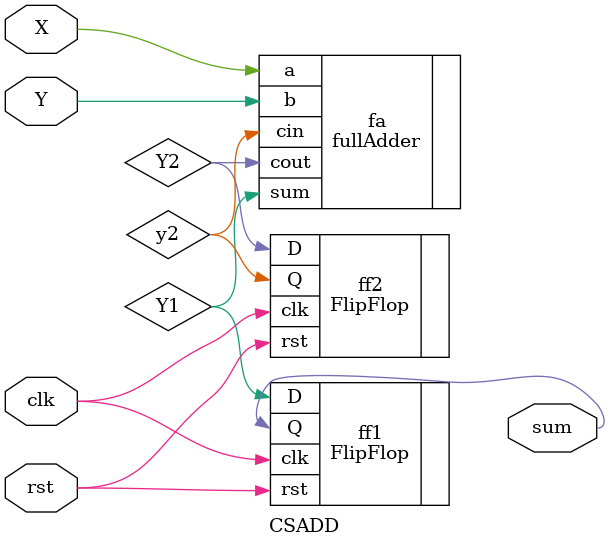
<source format=v>

`include "fullAdder.v"

`timescale 1ns/1ns

module CSADD(
    input X,
    input Y,
    input clk,
    input rst,
    output sum
  );
  
  wire Y1;
  wire Y2;
  wire y2;
    
  
      fullAdder fa (.a(X), .b(Y), .cin(y2), .sum(Y1), .cout(Y2));
      
      FlipFlop ff1 (.clk(clk), .rst(rst), .D(Y1),.Q(sum));
      FlipFlop ff2 (.clk(clk), .rst(rst), .D(Y2),.Q(y2));
      
  
   
   
endmodule
</source>
